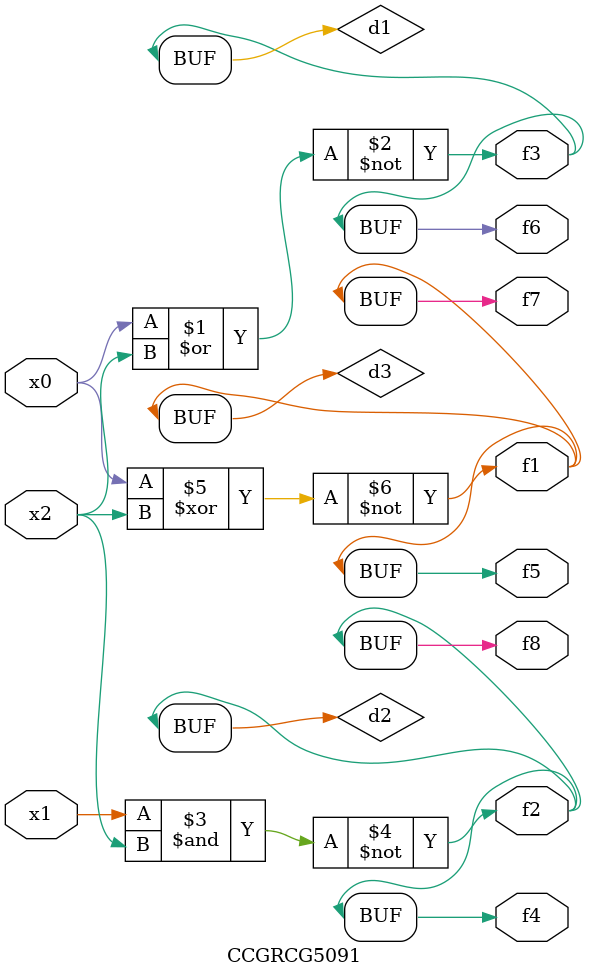
<source format=v>
module CCGRCG5091(
	input x0, x1, x2,
	output f1, f2, f3, f4, f5, f6, f7, f8
);

	wire d1, d2, d3;

	nor (d1, x0, x2);
	nand (d2, x1, x2);
	xnor (d3, x0, x2);
	assign f1 = d3;
	assign f2 = d2;
	assign f3 = d1;
	assign f4 = d2;
	assign f5 = d3;
	assign f6 = d1;
	assign f7 = d3;
	assign f8 = d2;
endmodule

</source>
